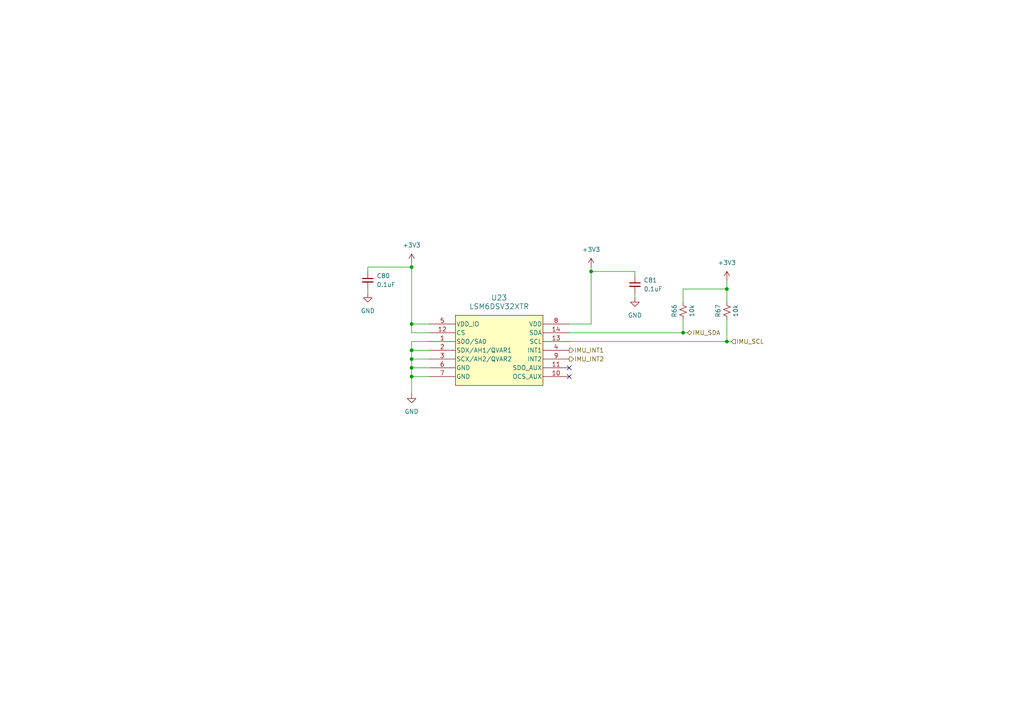
<source format=kicad_sch>
(kicad_sch (version 20250114) (generator "eeschema") (generator_version "9.0")
  (paper "A4")
  (lib_symbols
    (symbol "Device:C_Small" (pin_numbers (hide yes)) (pin_names (offset 0.254) (hide yes))
      (property "Reference" "C" (at 0.254 1.778 0))
      (property "Value" "C_Small" (at 0.254 -2.032 0))
      (symbol "C_Small_0_1"
        (polyline (pts (xy -1.524 0.508) (xy 1.524 0.508)) (stroke (width 0.3048)))
        (polyline (pts (xy -1.524 -0.508) (xy 1.524 -0.508)) (stroke (width 0.3302)))
      )
      (symbol "C_Small_1_1"
        (pin passive line (at 0 2.54 270) (length 2.032) (name "~") (number "1"))
        (pin passive line (at 0 -2.54 90) (length 2.032) (name "~") (number "2"))
      )
    )
    (symbol "Device:R_Small_US" (pin_numbers (hide yes)) (pin_names (offset 0.254) (hide yes))
      (property "Reference" "R" (at 0.762 0.508 0))
      (property "Value" "R_Small_US" (at 0.762 -1.016 0))
      (symbol "R_Small_US_1_1"
        (polyline (pts (xy 0 1.524) (xy 1.016 1.143) (xy 0 0.762) (xy -1.016 0.381) (xy 0 0)))
        (polyline (pts (xy 0 0) (xy 1.016 -0.381) (xy 0 -0.762) (xy -1.016 -1.143) (xy 0 -1.524)))
        (pin passive line (at 0 2.54 270) (length 1.016) (name "~") (number "1"))
        (pin passive line (at 0 -2.54 90) (length 1.016) (name "~") (number "2"))
      )
    )
    (symbol "canardboard:LSM6DSV32XTR" (pin_names (offset 0.254))
      (property "Reference" "U" (at 5.842 11.684 0))
      (property "Value" "LSM6DSV32XTR" (at -7.874 11.938 0))
      (symbol "LSM6DSV32XTR_0_1"
        (pin unspecified line (at -24.13 5.08 0) (length 7.62) (name "CS") (number "12"))
        (pin unspecified line (at -24.13 2.54 0) (length 7.62) (name "SDO/SA0") (number "1"))
        (pin unspecified line (at -24.13 0 0) (length 7.62) (name "SDX/AH1/QVAR1") (number "2"))
        (pin unspecified line (at -24.13 -2.54 0) (length 7.62) (name "SCX/AH2/QVAR2") (number "3"))
        (pin unspecified line (at 16.51 5.08 180) (length 7.62) (name "SDA") (number "14"))
        (pin unspecified line (at 16.51 2.54 180) (length 7.62) (name "SCL") (number "13"))
        (pin unspecified line (at 16.51 -5.08 180) (length 7.62) (name "SDO_AUX") (number "11"))
        (pin unspecified line (at 16.51 -7.62 180) (length 7.62) (name "OCS_AUX") (number "10"))
      )
      (symbol "LSM6DSV32XTR_1_1"
        (rectangle (start -16.51 10.16) (end 8.89 -10.16) (fill (type background)))
        (pin unspecified line (at -24.13 7.62 0) (length 7.62) (name "VDD_IO") (number "5"))
        (pin unspecified line (at -24.13 -5.08 0) (length 7.62) (name "GND") (number "6"))
        (pin unspecified line (at -24.13 -7.62 0) (length 7.62) (name "GND") (number "7"))
        (pin unspecified line (at 16.51 7.62 180) (length 7.62) (name "VDD") (number "8"))
        (pin unspecified line (at 16.51 0 180) (length 7.62) (name "INT1") (number "4"))
        (pin unspecified line (at 16.51 -2.54 180) (length 7.62) (name "INT2") (number "9"))
      )
    )
    (symbol "power:+3V3" (power) (pin_numbers (hide yes)) (pin_names (offset 0) (hide yes))
      (property "Value" "+3V3" (at 0 3.556 0))
      (symbol "+3V3_0_1"
        (polyline (pts (xy -0.762 1.27) (xy 0 2.54)))
        (polyline (pts (xy 0 2.54) (xy 0.762 1.27)))
        (polyline (pts (xy 0 0) (xy 0 2.54)))
      )
      (symbol "+3V3_1_1"
        (pin power_in line (at 0 0 90) (length 0) (name "~") (number "1"))
      )
    )
    (symbol "power:GND" (power) (pin_numbers (hide yes)) (pin_names (offset 0) (hide yes))
      (property "Value" "GND" (at 0 -3.81 0))
      (symbol "GND_0_1"
        (polyline (pts (xy 0 0) (xy 0 -1.27) (xy 1.27 -1.27) (xy 0 -2.54) (xy -1.27 -1.27) (xy 0 -1.27)))
      )
      (symbol "GND_1_1"
        (pin power_in line (at 0 0 270) (length 0) (name "~") (number "1"))
      )
    )
  )
  (junction (at 171.45 78.74))
  (junction (at 198.12 96.52))
  (junction (at 119.38 106.68))
  (junction (at 119.38 104.14))
  (junction (at 119.38 109.22))
  (junction (at 119.38 93.98))
  (junction (at 210.82 83.82))
  (junction (at 119.38 101.6))
  (junction (at 119.38 77.47))
  (junction (at 210.82 99.06))
  (no_connect (at 165.1 106.68))
  (no_connect (at 165.1 109.22))
  (wire (pts (xy 124.46 99.06) (xy 119.38 99.06)))
  (wire (pts (xy 171.45 93.98) (xy 165.1 93.98)))
  (wire (pts (xy 210.82 99.06) (xy 210.82 92.71)))
  (wire (pts (xy 210.82 99.06) (xy 212.09 99.06)))
  (wire (pts (xy 119.38 101.6) (xy 119.38 104.14)))
  (wire (pts (xy 119.38 93.98) (xy 119.38 96.52)))
  (wire (pts (xy 171.45 77.47) (xy 171.45 78.74)))
  (wire (pts (xy 198.12 96.52) (xy 199.39 96.52)))
  (wire (pts (xy 165.1 99.06) (xy 210.82 99.06)))
  (wire (pts (xy 119.38 77.47) (xy 119.38 93.98)))
  (wire (pts (xy 210.82 81.28) (xy 210.82 83.82)))
  (wire (pts (xy 106.68 78.74) (xy 106.68 77.47)))
  (wire (pts (xy 124.46 104.14) (xy 119.38 104.14)))
  (wire (pts (xy 119.38 99.06) (xy 119.38 101.6)))
  (wire (pts (xy 106.68 83.82) (xy 106.68 85.09)))
  (wire (pts (xy 119.38 76.2) (xy 119.38 77.47)))
  (wire (pts (xy 119.38 104.14) (xy 119.38 106.68)))
  (wire (pts (xy 184.15 80.01) (xy 184.15 78.74)))
  (wire (pts (xy 184.15 85.09) (xy 184.15 86.36)))
  (wire (pts (xy 124.46 106.68) (xy 119.38 106.68)))
  (wire (pts (xy 106.68 77.47) (xy 119.38 77.47)))
  (wire (pts (xy 184.15 78.74) (xy 171.45 78.74)))
  (wire (pts (xy 210.82 83.82) (xy 210.82 87.63)))
  (wire (pts (xy 119.38 114.3) (xy 119.38 109.22)))
  (wire (pts (xy 119.38 106.68) (xy 119.38 109.22)))
  (wire (pts (xy 124.46 101.6) (xy 119.38 101.6)))
  (wire (pts (xy 198.12 96.52) (xy 198.12 92.71)))
  (wire (pts (xy 198.12 83.82) (xy 210.82 83.82)))
  (wire (pts (xy 119.38 96.52) (xy 124.46 96.52)))
  (wire (pts (xy 165.1 96.52) (xy 198.12 96.52)))
  (wire (pts (xy 171.45 78.74) (xy 171.45 93.98)))
  (wire (pts (xy 198.12 83.82) (xy 198.12 87.63)))
  (wire (pts (xy 119.38 109.22) (xy 124.46 109.22)))
  (wire (pts (xy 119.38 93.98) (xy 124.46 93.98)))
  (hierarchical_label "IMU_INT1" (shape output) (at 165.1 101.6 0))
  (hierarchical_label "IMU_SCL" (shape input) (at 212.09 99.06 0))
  (hierarchical_label "IMU_SDA" (shape bidirectional) (at 199.39 96.52 0))
  (hierarchical_label "IMU_INT2" (shape output) (at 165.1 104.14 0))
  (symbol (lib_id "Device:R_Small_US") (at 210.82 90.17 0) (unit 1)
    (property "Reference" "R67" (at 208.28 90.17 90))
    (property "Value" "10k" (at 213.36 90.17 90))
    (property "Footprint" "Resistor_SMD:R_0402_1005Metric" (effects (hide yes)))
    (property "Description" "Resistor, small US symbol" (effects (hide yes)))
    (property "LCSC Part #" "C17630" (effects (hide yes)))
  )
  (symbol (lib_id "power:GND") (at 119.38 114.3 0) (unit 1)
    (property "Reference" "#PWR0187" (effects (hide yes)))
    (property "Value" "GND" (at 119.38 119.38 0))
    (property "Description" "Power symbol creates a global label with name \"GND\" , ground" (effects (hide yes)))
  )
  (symbol (lib_id "power:GND") (at 106.68 85.09 0) (unit 1)
    (property "Reference" "#PWR0185" (effects (hide yes)))
    (property "Value" "GND" (at 106.68 90.17 0))
    (property "Description" "Power symbol creates a global label with name \"GND\" , ground" (effects (hide yes)))
  )
  (symbol (lib_id "Device:C_Small") (at 106.68 81.28 0) (mirror y) (unit 1)
    (property "Reference" "C80" (at 109.22 80.0162 0) (effects (justify right)))
    (property "Value" "0.1uF" (at 109.22 82.5562 0) (effects (justify right)))
    (property "Footprint" "Capacitor_SMD:C_0402_1005Metric" (effects (hide yes)))
    (property "Description" "Unpolarized capacitor, small symbol" (effects (hide yes)))
    (property "LCSC Part #" "C49678" (effects (hide yes)))
  )
  (symbol (lib_id "power:+3V3") (at 171.45 77.47 0) (mirror y) (unit 1)
    (property "Reference" "#PWR0188" (effects (hide yes)))
    (property "Value" "+3V3" (at 171.45 72.39 0))
    (property "Description" "Power symbol creates a global label with name \"+3V3\"" (effects (hide yes)))
  )
  (symbol (lib_id "power:+3V3") (at 119.38 76.2 0) (unit 1)
    (property "Reference" "#PWR0186" (effects (hide yes)))
    (property "Value" "+3V3" (at 119.38 71.12 0))
    (property "Description" "Power symbol creates a global label with name \"+3V3\"" (effects (hide yes)))
  )
  (symbol (lib_id "power:+3V3") (at 210.82 81.28 0) (mirror y) (unit 1)
    (property "Reference" "#PWR0190" (effects (hide yes)))
    (property "Value" "+3V3" (at 210.82 76.2 0))
    (property "Description" "Power symbol creates a global label with name \"+3V3\"" (effects (hide yes)))
  )
  (symbol (lib_id "Device:C_Small") (at 184.15 82.55 0) (unit 1)
    (property "Reference" "C81" (at 186.69 81.2862 0) (effects (justify left)))
    (property "Value" "0.1uF" (at 186.69 83.8262 0) (effects (justify left)))
    (property "Footprint" "Capacitor_SMD:C_0402_1005Metric" (effects (hide yes)))
    (property "Description" "Unpolarized capacitor, small symbol" (effects (hide yes)))
    (property "LCSC Part #" "C49678" (effects (hide yes)))
  )
  (symbol (lib_id "canardboard:LSM6DSV32XTR") (at 148.59 101.6 0) (unit 1)
    (property "Reference" "U23" (at 144.78 86.36 0) (effects (font (size 1.524 1.524))))
    (property "Value" "LSM6DSV32XTR" (at 144.78 88.9 0) (effects (font (size 1.524 1.524))))
    (property "Footprint" "canardboard:LSM6DSV32XTR" (effects (hide yes)))
    (property "Datasheet" "https://mm.digikey.com/Volume0/opasdata/d220001/medias/docus/6621/enDM00983034.pdf?_gl=1*1v5xhdh*_up*MQ..*_gs*MQ..&gclid=Cj0KCQjwgpzIBhCOARIsABZm7vEsxUM6jH7NSHftoW1PrpktXheKX9B3-DQ0JgPwKWKBZiCby1HjBsEaAmwGEALw_wcB&gclsrc=aw.ds&gbraid=0AAAAADrbLlju8MO68aCcF7i-slgdbl9CU" (effects (hide yes)))
  )
  (symbol (lib_id "power:GND") (at 184.15 86.36 0) (mirror y) (unit 1)
    (property "Reference" "#PWR0189" (effects (hide yes)))
    (property "Value" "GND" (at 184.15 91.44 0))
    (property "Description" "Power symbol creates a global label with name \"GND\" , ground" (effects (hide yes)))
  )
  (symbol (lib_id "Device:R_Small_US") (at 198.12 90.17 0) (unit 1)
    (property "Reference" "R66" (at 195.58 90.17 90))
    (property "Value" "10k" (at 200.66 90.17 90))
    (property "Footprint" "Resistor_SMD:R_0402_1005Metric" (effects (hide yes)))
    (property "Description" "Resistor, small US symbol" (effects (hide yes)))
    (property "LCSC Part #" "C17630" (effects (hide yes)))
  )
)
</source>
